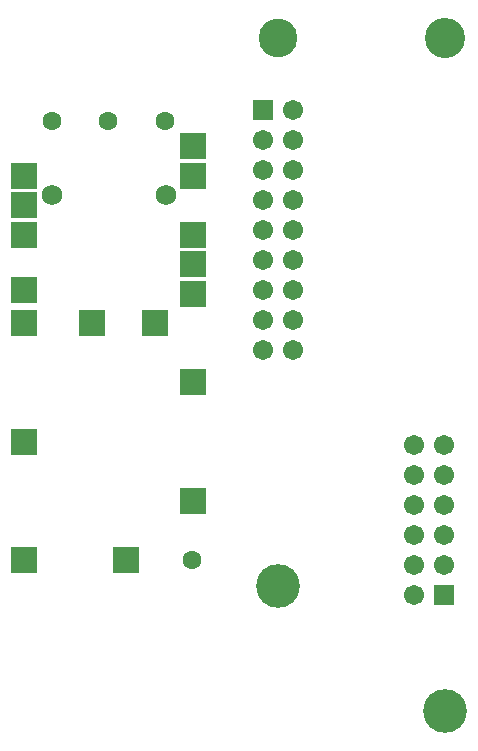
<source format=gbs>
G04 Layer_Color=16711935*
%FSAX25Y25*%
%MOIN*%
G70*
G01*
G75*
%ADD45C,0.06312*%
%ADD46R,0.08674X0.08674*%
%ADD47C,0.06902*%
%ADD48R,0.06706X0.06706*%
%ADD49C,0.06706*%
%ADD50C,0.12897*%
%ADD51C,0.14579*%
%ADD52C,0.13398*%
D45*
X2218131Y1364957D02*
D03*
X2237034D02*
D03*
X2245941Y1218749D02*
D03*
X2199234Y1364957D02*
D03*
D46*
X2190134Y1346757D02*
D03*
X2246234Y1356657D02*
D03*
Y1346757D02*
D03*
Y1327157D02*
D03*
Y1317257D02*
D03*
X2223934Y1218757D02*
D03*
X2246234Y1238457D02*
D03*
Y1277857D02*
D03*
X2233734Y1297557D02*
D03*
X2212534D02*
D03*
X2190134Y1218757D02*
D03*
Y1308657D02*
D03*
Y1327157D02*
D03*
Y1258157D02*
D03*
Y1297557D02*
D03*
Y1336957D02*
D03*
X2246234Y1307415D02*
D03*
D47*
X2237280Y1340402D02*
D03*
X2199386Y1340205D02*
D03*
D48*
X2269520Y1368626D02*
D03*
X2330134Y1207157D02*
D03*
D49*
X2269520Y1358626D02*
D03*
Y1348626D02*
D03*
Y1338626D02*
D03*
Y1328626D02*
D03*
Y1318626D02*
D03*
Y1308626D02*
D03*
Y1298626D02*
D03*
Y1288626D02*
D03*
X2279520Y1368626D02*
D03*
Y1358626D02*
D03*
Y1348626D02*
D03*
Y1338626D02*
D03*
Y1328626D02*
D03*
Y1318626D02*
D03*
Y1308626D02*
D03*
Y1298626D02*
D03*
Y1288626D02*
D03*
X2320134Y1257157D02*
D03*
Y1247157D02*
D03*
Y1237157D02*
D03*
Y1227157D02*
D03*
Y1217157D02*
D03*
Y1207157D02*
D03*
X2330134Y1257157D02*
D03*
Y1247157D02*
D03*
Y1237157D02*
D03*
Y1227157D02*
D03*
Y1217157D02*
D03*
D50*
X2274634Y1392657D02*
D03*
D51*
Y1209941D02*
D03*
X2330303Y1168248D02*
D03*
D52*
Y1392657D02*
D03*
M02*

</source>
